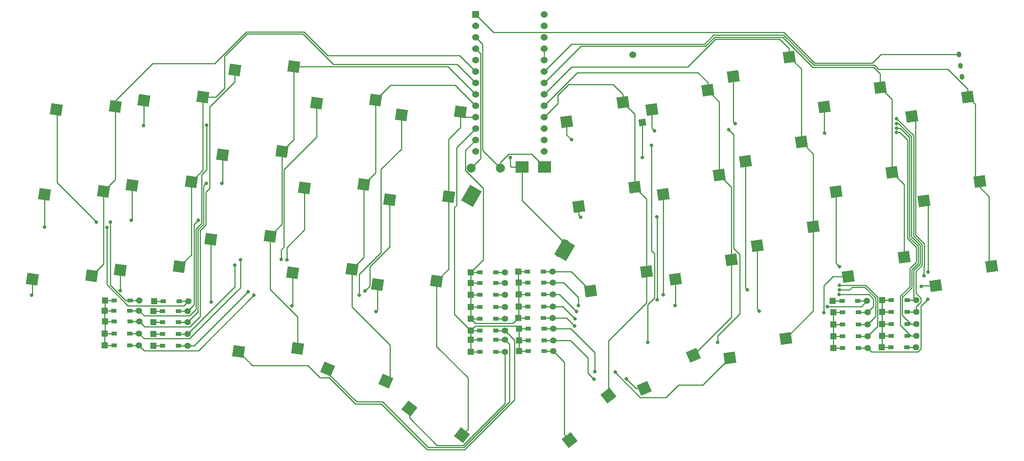
<source format=gbr>
G04 #@! TF.GenerationSoftware,KiCad,Pcbnew,7.0.8*
G04 #@! TF.CreationDate,2023-11-03T07:49:20+09:00*
G04 #@! TF.ProjectId,cool536lcble,636f6f6c-3533-4366-9c63-626c652e6b69,rev?*
G04 #@! TF.SameCoordinates,Original*
G04 #@! TF.FileFunction,Copper,L2,Bot*
G04 #@! TF.FilePolarity,Positive*
%FSLAX46Y46*%
G04 Gerber Fmt 4.6, Leading zero omitted, Abs format (unit mm)*
G04 Created by KiCad (PCBNEW 7.0.8) date 2023-11-03 07:49:20*
%MOMM*%
%LPD*%
G01*
G04 APERTURE LIST*
G04 Aperture macros list*
%AMHorizOval*
0 Thick line with rounded ends*
0 $1 width*
0 $2 $3 position (X,Y) of the first rounded end (center of the circle)*
0 $4 $5 position (X,Y) of the second rounded end (center of the circle)*
0 Add line between two ends*
20,1,$1,$2,$3,$4,$5,0*
0 Add two circle primitives to create the rounded ends*
1,1,$1,$2,$3*
1,1,$1,$4,$5*%
%AMRotRect*
0 Rectangle, with rotation*
0 The origin of the aperture is its center*
0 $1 length*
0 $2 width*
0 $3 Rotation angle, in degrees counterclockwise*
0 Add horizontal line*
21,1,$1,$2,0,0,$3*%
G04 Aperture macros list end*
G04 #@! TA.AperFunction,ComponentPad*
%ADD10R,1.397000X1.397000*%
G04 #@! TD*
G04 #@! TA.AperFunction,SMDPad,CuDef*
%ADD11R,1.300000X0.950000*%
G04 #@! TD*
G04 #@! TA.AperFunction,ComponentPad*
%ADD12C,1.397000*%
G04 #@! TD*
G04 #@! TA.AperFunction,SMDPad,CuDef*
%ADD13RotRect,2.550000X2.500000X8.000000*%
G04 #@! TD*
G04 #@! TA.AperFunction,SMDPad,CuDef*
%ADD14RotRect,2.550000X2.500000X352.000000*%
G04 #@! TD*
G04 #@! TA.AperFunction,SMDPad,CuDef*
%ADD15RotRect,2.550000X2.500000X322.000000*%
G04 #@! TD*
G04 #@! TA.AperFunction,ComponentPad*
%ADD16C,1.524000*%
G04 #@! TD*
G04 #@! TA.AperFunction,ComponentPad*
%ADD17R,1.524000X1.524000*%
G04 #@! TD*
G04 #@! TA.AperFunction,ComponentPad*
%ADD18RotRect,1.524000X1.524000X98.000000*%
G04 #@! TD*
G04 #@! TA.AperFunction,SMDPad,CuDef*
%ADD19RotRect,2.550000X2.500000X23.000000*%
G04 #@! TD*
G04 #@! TA.AperFunction,SMDPad,CuDef*
%ADD20RotRect,2.550000X2.500000X38.000000*%
G04 #@! TD*
G04 #@! TA.AperFunction,SMDPad,CuDef*
%ADD21RotRect,2.550000X2.500000X337.000000*%
G04 #@! TD*
G04 #@! TA.AperFunction,ComponentPad*
%ADD22HorizOval,1.000000X0.020876X-0.148540X-0.020876X0.148540X0*%
G04 #@! TD*
G04 #@! TA.AperFunction,SMDPad,CuDef*
%ADD23RotRect,3.000000X4.000000X150.000000*%
G04 #@! TD*
G04 #@! TA.AperFunction,ComponentPad*
%ADD24C,1.800000*%
G04 #@! TD*
G04 #@! TA.AperFunction,ComponentPad*
%ADD25C,2.000000*%
G04 #@! TD*
G04 #@! TA.AperFunction,SMDPad,CuDef*
%ADD26R,3.000000X2.600000*%
G04 #@! TD*
G04 #@! TA.AperFunction,ViaPad*
%ADD27C,0.800000*%
G04 #@! TD*
G04 #@! TA.AperFunction,Conductor*
%ADD28C,0.250000*%
G04 #@! TD*
G04 APERTURE END LIST*
D10*
X147255000Y-213920000D03*
D11*
X149290000Y-213920000D03*
X152840000Y-213920000D03*
D12*
X154875000Y-213920000D03*
D10*
X157966525Y-221536198D03*
D11*
X160001525Y-221536198D03*
X163551525Y-221536198D03*
D12*
X165586525Y-221536198D03*
D10*
X157966525Y-216236198D03*
D11*
X160001525Y-216236198D03*
X163551525Y-216236198D03*
D12*
X165586525Y-216236198D03*
D13*
X205300427Y-211142418D03*
X192852731Y-215456790D03*
X202599865Y-192289417D03*
X190152169Y-196603789D03*
D10*
X227836525Y-220296198D03*
D11*
X229871525Y-220296198D03*
X233421525Y-220296198D03*
D12*
X235456525Y-220296198D03*
D13*
X217360427Y-228652418D03*
X204912731Y-232966790D03*
X243690989Y-210545419D03*
X231243293Y-214859791D03*
D10*
X147255000Y-224270000D03*
D11*
X149290000Y-224270000D03*
X152840000Y-224270000D03*
D12*
X154875000Y-224270000D03*
D10*
X238736525Y-230576198D03*
D11*
X240771525Y-230576198D03*
X244321525Y-230576198D03*
D12*
X246356525Y-230576198D03*
D10*
X238796525Y-225406198D03*
D11*
X240831525Y-225406198D03*
X244381525Y-225406198D03*
D12*
X246416525Y-225406198D03*
D14*
X123469075Y-194407520D03*
X110314380Y-195123711D03*
D13*
X257889865Y-174919417D03*
X245442169Y-179233789D03*
D10*
X227936525Y-230796198D03*
D11*
X229971525Y-230796198D03*
X233521525Y-230796198D03*
D12*
X235556525Y-230796198D03*
D13*
X263190989Y-212575419D03*
X250743293Y-216889791D03*
D10*
X147255000Y-231603802D03*
D11*
X149290000Y-231603802D03*
X152840000Y-231603802D03*
D12*
X154875000Y-231603802D03*
D14*
X87701220Y-174930007D03*
X74546525Y-175646198D03*
D10*
X65896525Y-224836198D03*
D11*
X67931525Y-224836198D03*
X71481525Y-224836198D03*
D12*
X73516525Y-224836198D03*
D10*
X76696525Y-225016198D03*
D11*
X78731525Y-225016198D03*
X82281525Y-225016198D03*
D12*
X84316525Y-225016198D03*
D14*
X68189075Y-177007520D03*
X55034380Y-177723711D03*
X107939075Y-168167520D03*
X94784380Y-168883711D03*
X102621220Y-205870007D03*
X89466525Y-206586198D03*
D10*
X76686525Y-222576198D03*
D11*
X78721525Y-222576198D03*
X82271525Y-222576198D03*
D12*
X84306525Y-222576198D03*
D14*
X105268513Y-187030521D03*
X92113818Y-187746712D03*
X144989075Y-178207520D03*
X131834380Y-178923711D03*
D10*
X65836525Y-222456198D03*
D11*
X67871525Y-222456198D03*
X71421525Y-222456198D03*
D12*
X73456525Y-222456198D03*
D13*
X183739865Y-194939417D03*
X171292169Y-199253789D03*
D10*
X238796525Y-220106198D03*
D11*
X240831525Y-220106198D03*
X244381525Y-220106198D03*
D12*
X246416525Y-220106198D03*
D10*
X76696525Y-230316198D03*
D11*
X78731525Y-230316198D03*
X82281525Y-230316198D03*
D12*
X84316525Y-230316198D03*
D13*
X241010427Y-191682418D03*
X228562731Y-195996790D03*
D14*
X62909637Y-214734519D03*
X49754942Y-215450710D03*
D10*
X157851525Y-213766198D03*
D11*
X159886525Y-213766198D03*
X163436525Y-213766198D03*
D12*
X165471525Y-213766198D03*
D15*
X145366920Y-250182147D03*
X133616525Y-244225038D03*
D10*
X147255000Y-216320000D03*
D11*
X149290000Y-216320000D03*
X152840000Y-216320000D03*
D12*
X154875000Y-216320000D03*
D16*
X163600000Y-159080000D03*
X163600000Y-161620000D03*
X163600000Y-164160000D03*
X163600000Y-166700000D03*
X163600000Y-169240000D03*
X163600000Y-171780000D03*
X163600000Y-174320000D03*
X163600000Y-176860000D03*
X163600000Y-179400000D03*
X163600000Y-181940000D03*
X163600000Y-184480000D03*
X163600000Y-187020000D03*
X148380000Y-187020000D03*
X148380000Y-184480000D03*
X148380000Y-181940000D03*
X148380000Y-179400000D03*
X148380000Y-176860000D03*
X148380000Y-174320000D03*
X148380000Y-171780000D03*
X148380000Y-169240000D03*
X148380000Y-166700000D03*
X148380000Y-164160000D03*
X148380000Y-161620000D03*
X148380000Y-159080000D03*
D17*
X148380000Y-156540000D03*
D16*
X163600000Y-156540000D03*
D10*
X65866525Y-227566198D03*
D11*
X67901525Y-227566198D03*
X71451525Y-227566198D03*
D12*
X73486525Y-227566198D03*
D14*
X108759075Y-230857520D03*
X95604380Y-231573711D03*
X120819075Y-213267520D03*
X107664380Y-213983711D03*
D18*
X185456530Y-180573001D03*
D16*
X183338316Y-165501121D03*
D10*
X65866525Y-230216198D03*
D11*
X67901525Y-230216198D03*
X71451525Y-230216198D03*
D12*
X73486525Y-230216198D03*
D14*
X82439075Y-212677520D03*
X69284380Y-213393711D03*
X139689075Y-215917520D03*
X126534380Y-216633711D03*
D13*
X223490427Y-203732418D03*
X211042731Y-208046790D03*
D10*
X158020000Y-226480000D03*
D11*
X160055000Y-226480000D03*
X163605000Y-226480000D03*
D12*
X165640000Y-226480000D03*
D10*
X65876525Y-220176198D03*
D11*
X67911525Y-220176198D03*
X71461525Y-220176198D03*
D12*
X73496525Y-220176198D03*
D10*
X147255000Y-228950000D03*
D11*
X149290000Y-228950000D03*
X152840000Y-228950000D03*
D12*
X154875000Y-228950000D03*
D10*
X227936525Y-225496198D03*
D11*
X229971525Y-225496198D03*
X233521525Y-225496198D03*
D12*
X235556525Y-225496198D03*
D19*
X196806525Y-232406198D03*
X185899616Y-239795262D03*
D13*
X218168709Y-165978357D03*
X205721013Y-170292729D03*
D20*
X177906525Y-241346198D03*
X169283690Y-251306401D03*
D13*
X220818709Y-184888357D03*
X208371013Y-189202729D03*
X260529865Y-193729417D03*
X248082169Y-198043789D03*
X238380427Y-172822418D03*
X225932731Y-177136790D03*
D10*
X147255000Y-218970000D03*
D11*
X149290000Y-218970000D03*
X152840000Y-218970000D03*
D12*
X154875000Y-218970000D03*
D13*
X181100989Y-176075419D03*
X168653293Y-180389791D03*
D10*
X227936525Y-222846198D03*
D11*
X229971525Y-222846198D03*
X233521525Y-222846198D03*
D12*
X235556525Y-222846198D03*
D10*
X238796525Y-222756198D03*
D11*
X240831525Y-222756198D03*
X244381525Y-222756198D03*
D12*
X246416525Y-222756198D03*
D14*
X142359075Y-197057520D03*
X129204380Y-197773711D03*
D10*
X147255000Y-226880000D03*
D11*
X149290000Y-226880000D03*
X152840000Y-226880000D03*
D12*
X154875000Y-226880000D03*
D10*
X238796525Y-228056198D03*
D11*
X240831525Y-228056198D03*
X244381525Y-228056198D03*
D12*
X246416525Y-228056198D03*
D21*
X128366525Y-238136198D03*
X115474702Y-235423299D03*
D13*
X200020427Y-173412418D03*
X187572731Y-177726790D03*
D10*
X76696525Y-227666198D03*
D11*
X78731525Y-227666198D03*
X82281525Y-227666198D03*
D12*
X84316525Y-227666198D03*
D10*
X227936525Y-228146198D03*
D11*
X229971525Y-228146198D03*
X233521525Y-228146198D03*
D12*
X235556525Y-228146198D03*
D14*
X126139075Y-175567520D03*
X112984380Y-176283711D03*
D10*
X158000000Y-231430000D03*
D11*
X160035000Y-231430000D03*
X163585000Y-231430000D03*
D12*
X165620000Y-231430000D03*
D13*
X186400427Y-213772418D03*
X173952731Y-218086790D03*
D10*
X76826525Y-220326198D03*
D11*
X78861525Y-220326198D03*
X82411525Y-220326198D03*
D12*
X84446525Y-220326198D03*
D10*
X157891525Y-224076198D03*
D11*
X159926525Y-224076198D03*
X163476525Y-224076198D03*
D12*
X165511525Y-224076198D03*
D14*
X65569653Y-195881990D03*
X52414958Y-196598181D03*
D10*
X147255000Y-221620000D03*
D11*
X149290000Y-221620000D03*
X152840000Y-221620000D03*
D12*
X154875000Y-221620000D03*
D14*
X85091220Y-193800007D03*
X71936525Y-194516198D03*
D10*
X158003525Y-229066198D03*
D11*
X160038525Y-229066198D03*
X163588525Y-229066198D03*
D12*
X165623525Y-229066198D03*
D22*
X255882286Y-165450462D03*
X256230219Y-167926132D03*
X256578151Y-170401802D03*
D10*
X157966525Y-218886198D03*
D11*
X160001525Y-218886198D03*
X163551525Y-218886198D03*
D12*
X165586525Y-218886198D03*
D23*
X168192305Y-208930000D03*
D24*
X166994387Y-209704852D03*
X168264387Y-207505147D03*
X147970612Y-197255000D03*
D23*
X147407695Y-196930000D03*
D25*
X147380000Y-190730000D03*
X153880000Y-190730000D03*
D26*
X158700000Y-190460000D03*
X163700000Y-190460000D03*
D27*
X185450000Y-188335178D03*
X186640000Y-229526532D03*
X187480000Y-185630000D03*
X202220000Y-229505500D03*
X204710000Y-182220000D03*
X63940000Y-202720000D03*
X67060000Y-202720000D03*
X88490000Y-181190000D03*
X74450000Y-181270000D03*
X105110000Y-211070000D03*
X96020000Y-211130000D03*
X122470000Y-219050500D03*
X99050000Y-219000000D03*
X169730000Y-184410000D03*
X241980000Y-180810000D03*
X242010000Y-179690000D03*
X188150000Y-182450000D03*
X206120000Y-180870000D03*
X242003238Y-181809232D03*
X226050000Y-182930000D03*
X242030782Y-182808355D03*
X88410000Y-194080000D03*
X91910000Y-194140000D03*
X106340000Y-211140000D03*
X94790000Y-212290000D03*
X97750000Y-218270000D03*
X123710000Y-218100000D03*
X226610000Y-221530000D03*
X171750000Y-201650000D03*
X188750000Y-220050000D03*
X188670000Y-201560000D03*
X229270000Y-218840000D03*
X190090000Y-218920000D03*
X208820000Y-217840000D03*
X229311490Y-217809271D03*
X229290000Y-212660000D03*
X229290000Y-216810000D03*
X249050000Y-213870000D03*
X248980000Y-219910000D03*
X69320000Y-218020000D03*
X89530000Y-220520000D03*
X107520000Y-221400000D03*
X126160000Y-222660000D03*
X171224500Y-221300000D03*
X192750000Y-221310000D03*
X211470000Y-222610000D03*
X170790000Y-222690000D03*
X170440000Y-224230000D03*
X225830000Y-222950000D03*
X174860000Y-236010000D03*
X179440000Y-236110000D03*
X71790000Y-202320000D03*
X86670000Y-202320000D03*
X174700000Y-237740000D03*
X181910000Y-237670000D03*
X248150000Y-214700000D03*
X66294153Y-203970000D03*
X52480000Y-203900000D03*
X247530000Y-217080000D03*
X170420000Y-225880000D03*
X49560000Y-219030000D03*
X156050000Y-188340000D03*
D28*
X185456530Y-180573001D02*
X185456530Y-188328648D01*
X185456530Y-188328648D02*
X185450000Y-188335178D01*
X187480000Y-185630000D02*
X187480000Y-209070000D01*
X186640000Y-221134695D02*
X186640000Y-229526532D01*
X187480000Y-209070000D02*
X188161985Y-209751985D01*
X188161985Y-209751985D02*
X188161985Y-219612710D01*
X188161985Y-219612710D02*
X186640000Y-221134695D01*
X205750427Y-208610427D02*
X207100000Y-209960000D01*
X204710000Y-182220000D02*
X205750427Y-183260427D01*
X205750427Y-183260427D02*
X205750427Y-208610427D01*
X207100000Y-209960000D02*
X207100000Y-223160000D01*
X207100000Y-223160000D02*
X202220000Y-228040000D01*
X202220000Y-228040000D02*
X202220000Y-229505500D01*
X153880000Y-190730000D02*
X153880000Y-189484695D01*
X153880000Y-189484695D02*
X155754695Y-187610000D01*
X155754695Y-187610000D02*
X160850000Y-187610000D01*
X160850000Y-187610000D02*
X163700000Y-190460000D01*
X168264387Y-207505147D02*
X166994387Y-208775147D01*
X166994387Y-208775147D02*
X166994387Y-209704852D01*
X158700000Y-190460000D02*
X158700000Y-197940760D01*
X158700000Y-197940760D02*
X168264387Y-207505147D01*
X143610000Y-199500000D02*
X143610000Y-223113734D01*
X144120633Y-186199367D02*
X144120633Y-198989367D01*
X144120633Y-198989367D02*
X143610000Y-199500000D01*
X148380000Y-181940000D02*
X144120633Y-186199367D01*
X143610000Y-223113734D02*
X143670633Y-223174367D01*
X143610000Y-223235000D02*
X147255000Y-226880000D01*
X143670633Y-223174367D02*
X143610000Y-223235000D01*
X147255000Y-213920000D02*
X150031733Y-211143267D01*
X150031733Y-211143267D02*
X150031733Y-195255567D01*
X150031733Y-195255567D02*
X146055000Y-191278834D01*
X146055000Y-191278834D02*
X146055000Y-186805000D01*
X146055000Y-186805000D02*
X148380000Y-184480000D01*
X144989075Y-178207520D02*
X144989075Y-181650000D01*
X142359075Y-197057520D02*
X142359075Y-184280000D01*
X142359075Y-184280000D02*
X144989075Y-181650000D01*
X154875000Y-226880000D02*
X156976500Y-228981500D01*
X121605000Y-243195000D02*
X115807112Y-237397112D01*
X98715334Y-234684666D02*
X95604380Y-231573711D01*
X156976500Y-228981500D02*
X156976500Y-242310098D01*
X127408604Y-243195000D02*
X121605000Y-243195000D01*
X156976500Y-242310098D02*
X145926598Y-253360000D01*
X145926598Y-253360000D02*
X137573604Y-253360000D01*
X137573604Y-253360000D02*
X127408604Y-243195000D01*
X115807112Y-237397112D02*
X113777112Y-237397112D01*
X113777112Y-237397112D02*
X111064666Y-234684666D01*
X111064666Y-234684666D02*
X98715334Y-234684666D01*
X155605101Y-243045101D02*
X145740202Y-252910000D01*
X155605101Y-243045101D02*
X155898500Y-242751702D01*
X155898500Y-229973500D02*
X155612500Y-229687500D01*
X155898500Y-242751702D02*
X155898500Y-229973500D01*
X154875000Y-231603802D02*
X154875000Y-243138806D01*
X133616525Y-246307591D02*
X133616525Y-244225038D01*
X154875000Y-243138806D02*
X145553806Y-252460000D01*
X145553806Y-252460000D02*
X139768934Y-252460000D01*
X139768934Y-252460000D02*
X133616525Y-246307591D01*
X165620000Y-231430000D02*
X168081594Y-233891594D01*
X168081594Y-233891594D02*
X168081594Y-250104305D01*
X168081594Y-250104305D02*
X169283690Y-251306401D01*
X169436198Y-229066198D02*
X173320000Y-232950000D01*
X173320000Y-232950000D02*
X173320000Y-236360000D01*
X165623525Y-229066198D02*
X169436198Y-229066198D01*
X173320000Y-236360000D02*
X174700000Y-237740000D01*
X174860000Y-236010000D02*
X174860000Y-231770000D01*
X174860000Y-231770000D02*
X169570000Y-226480000D01*
X169570000Y-226480000D02*
X165640000Y-226480000D01*
X165511525Y-224076198D02*
X168616198Y-224076198D01*
X168616198Y-224076198D02*
X170420000Y-225880000D01*
X165586525Y-221536198D02*
X167746198Y-221536198D01*
X167746198Y-221536198D02*
X170440000Y-224230000D01*
X170790000Y-222690000D02*
X166986198Y-218886198D01*
X166986198Y-218886198D02*
X165586525Y-218886198D01*
X165586525Y-216236198D02*
X167976198Y-216236198D01*
X167976198Y-216236198D02*
X171224500Y-219484500D01*
X171224500Y-219484500D02*
X171224500Y-221300000D01*
X165471525Y-213766198D02*
X169632139Y-213766198D01*
X169632139Y-213766198D02*
X173952731Y-218086790D01*
X163600000Y-171780000D02*
X171793802Y-163586198D01*
X171793802Y-163586198D02*
X199497406Y-163586198D01*
X199497406Y-163586198D02*
X201509486Y-161574118D01*
X216727995Y-161574118D02*
X223433877Y-168280000D01*
X201509486Y-161574118D02*
X216727995Y-161574118D01*
X236930427Y-168280000D02*
X238380427Y-169730000D01*
X223433877Y-168280000D02*
X236930427Y-168280000D01*
X238380427Y-169730000D02*
X238380427Y-172822418D01*
X148380000Y-161620000D02*
X149930000Y-163170000D01*
X149930000Y-163170000D02*
X149930000Y-186780000D01*
X149930000Y-186780000D02*
X153880000Y-190730000D01*
X147380000Y-190730000D02*
X149467000Y-188643000D01*
X149467000Y-188643000D02*
X149467000Y-165247000D01*
X149467000Y-165247000D02*
X148380000Y-164160000D01*
X139610000Y-168167520D02*
X107939075Y-168167520D01*
X107939075Y-168167520D02*
X107939075Y-184359959D01*
X246416525Y-225406198D02*
X244381525Y-225406198D01*
X67871525Y-222456198D02*
X65836525Y-222456198D01*
X65836525Y-222456198D02*
X65836525Y-224776198D01*
X67901525Y-227566198D02*
X65866525Y-227566198D01*
X240831525Y-228056198D02*
X238796525Y-228056198D01*
X240831525Y-222756198D02*
X238796525Y-222756198D01*
X65876525Y-222416198D02*
X65836525Y-222456198D01*
X238796525Y-225406198D02*
X238796525Y-228056198D01*
X238796525Y-222756198D02*
X238796525Y-225406198D01*
X65876525Y-220176198D02*
X67911525Y-220176198D01*
X65836525Y-224776198D02*
X65896525Y-224836198D01*
X65866525Y-230216198D02*
X67901525Y-230216198D01*
X238796525Y-230516198D02*
X238736525Y-230576198D01*
X238796525Y-225406198D02*
X240831525Y-225406198D01*
X238796525Y-220106198D02*
X240831525Y-220106198D01*
X238796525Y-220106198D02*
X238796525Y-222756198D01*
X65866525Y-227566198D02*
X65866525Y-230216198D01*
X65896525Y-224836198D02*
X65896525Y-227536198D01*
X65876525Y-220176198D02*
X65876525Y-222416198D01*
X238796525Y-228056198D02*
X238796525Y-230516198D01*
X238736525Y-230576198D02*
X240771525Y-230576198D01*
X65896525Y-224836198D02*
X67931525Y-224836198D01*
X65896525Y-227536198D02*
X65866525Y-227566198D01*
X227936525Y-225496198D02*
X229971525Y-225496198D01*
X229971525Y-222846198D02*
X227936525Y-222846198D01*
X227836525Y-222746198D02*
X227936525Y-222846198D01*
X227936525Y-228146198D02*
X227936525Y-230796198D01*
X78731525Y-225016198D02*
X76696525Y-225016198D01*
X227836525Y-220296198D02*
X229871525Y-220296198D01*
X227936525Y-225496198D02*
X227936525Y-228146198D01*
X78731525Y-227666198D02*
X76696525Y-227666198D01*
X227936525Y-230796198D02*
X229971525Y-230796198D01*
X227936525Y-228146198D02*
X229971525Y-228146198D01*
X227936525Y-225496198D02*
X227936525Y-222846198D01*
X76686525Y-225006198D02*
X76696525Y-225016198D01*
X76826525Y-220326198D02*
X78861525Y-220326198D01*
X76696525Y-230316198D02*
X78731525Y-230316198D01*
X78721525Y-222576198D02*
X76686525Y-222576198D01*
X157851525Y-213766198D02*
X157851525Y-216121198D01*
X157966525Y-218886198D02*
X157966525Y-221536198D01*
X147255000Y-218970000D02*
X149290000Y-218970000D01*
X156674223Y-225293500D02*
X157891525Y-224076198D01*
X147255000Y-224270000D02*
X149290000Y-224270000D01*
X157966525Y-218886198D02*
X160001525Y-218886198D01*
X148278500Y-225293500D02*
X156674223Y-225293500D01*
X157966525Y-216236198D02*
X157966525Y-218886198D01*
X147255000Y-213920000D02*
X149290000Y-213920000D01*
X149290000Y-221620000D02*
X147255000Y-221620000D01*
X147255000Y-224270000D02*
X147255000Y-221620000D01*
X147255000Y-218970000D02*
X147255000Y-216320000D01*
X149290000Y-216320000D02*
X147255000Y-216320000D01*
X157966525Y-221536198D02*
X157966525Y-224001198D01*
X160001525Y-216236198D02*
X157966525Y-216236198D01*
X160001525Y-221536198D02*
X157966525Y-221536198D01*
X147255000Y-216320000D02*
X147255000Y-213920000D01*
X147255000Y-224270000D02*
X148278500Y-225293500D01*
X147255000Y-221620000D02*
X147255000Y-218970000D01*
X157891525Y-224076198D02*
X159926525Y-224076198D01*
X157851525Y-216121198D02*
X157966525Y-216236198D01*
X157966525Y-224001198D02*
X157891525Y-224076198D01*
X157851525Y-213766198D02*
X159886525Y-213766198D01*
X147255000Y-231603802D02*
X147255000Y-228950000D01*
X147255000Y-228950000D02*
X149290000Y-228950000D01*
X149290000Y-226880000D02*
X147255000Y-226880000D01*
X157396500Y-225856500D02*
X158020000Y-226480000D01*
X158003525Y-229066198D02*
X160038525Y-229066198D01*
X148278500Y-225856500D02*
X157396500Y-225856500D01*
X158003525Y-226496475D02*
X158020000Y-226480000D01*
X147255000Y-226880000D02*
X148278500Y-225856500D01*
X158003525Y-229066198D02*
X158003525Y-226496475D01*
X158000000Y-231430000D02*
X158000000Y-229069723D01*
X160055000Y-226480000D02*
X158020000Y-226480000D01*
X147255000Y-228950000D02*
X147255000Y-226880000D01*
X149290000Y-231603802D02*
X147255000Y-231603802D01*
X160035000Y-231430000D02*
X158000000Y-231430000D01*
X158003525Y-226598198D02*
X157971525Y-226566198D01*
X158000000Y-229069723D02*
X158003525Y-229066198D01*
X139660000Y-165676198D02*
X115452594Y-165676198D01*
X97304933Y-160390000D02*
X90262777Y-167432156D01*
X76502156Y-167432156D02*
X68189075Y-175745236D01*
X68189075Y-177007520D02*
X68189075Y-193262568D01*
X65569653Y-212074503D02*
X62909637Y-214734519D01*
X144816198Y-165676198D02*
X139660000Y-165676198D01*
X68189075Y-175745236D02*
X68189075Y-177007520D01*
X68189075Y-193262568D02*
X65569653Y-195881990D01*
X65569653Y-195881990D02*
X65569653Y-212074503D01*
X110166396Y-160390000D02*
X97304933Y-160390000D01*
X148380000Y-169240000D02*
X144816198Y-165676198D01*
X115452594Y-165676198D02*
X110166396Y-160390000D01*
X90262777Y-167432156D02*
X76502156Y-167432156D01*
X92460000Y-172990000D02*
X92460000Y-165871329D01*
X97491329Y-160840000D02*
X109980000Y-160840000D01*
X109980000Y-160840000D02*
X116750000Y-167610000D01*
X148380000Y-171780000D02*
X144210000Y-167610000D01*
X87701220Y-191190007D02*
X85091220Y-193800007D01*
X90519993Y-174930007D02*
X92460000Y-172990000D01*
X144210000Y-167610000D02*
X141240000Y-167610000D01*
X87701220Y-174930007D02*
X90519993Y-174930007D01*
X87701220Y-174930007D02*
X87701220Y-191190007D01*
X85091220Y-210025375D02*
X82439075Y-212677520D01*
X116750000Y-167610000D02*
X141240000Y-167610000D01*
X92460000Y-165871329D02*
X97491329Y-160840000D01*
X85091220Y-193800007D02*
X85091220Y-210025375D01*
X102621220Y-217721220D02*
X108759075Y-223859075D01*
X142227520Y-168167520D02*
X139610000Y-168167520D01*
X105268513Y-203222714D02*
X102621220Y-205870007D01*
X108759075Y-223859075D02*
X108759075Y-230857520D01*
X107939075Y-184359959D02*
X105268513Y-187030521D01*
X105268513Y-187030521D02*
X105268513Y-203222714D01*
X102621220Y-205870007D02*
X102621220Y-217721220D01*
X148380000Y-174320000D02*
X142227520Y-168167520D01*
X129319824Y-230139824D02*
X129319824Y-237182899D01*
X129319824Y-237182899D02*
X128366525Y-238136198D01*
X129425397Y-172281198D02*
X143490000Y-172281198D01*
X126139075Y-175567520D02*
X126139075Y-191737520D01*
X120819075Y-213267520D02*
X120819075Y-221639075D01*
X126139075Y-175567520D02*
X129425397Y-172281198D01*
X148380000Y-176860000D02*
X143801198Y-172281198D01*
X120819075Y-221639075D02*
X129319824Y-230139824D01*
X123469075Y-194407520D02*
X123469075Y-210617520D01*
X143801198Y-172281198D02*
X143490000Y-172281198D01*
X126139075Y-191737520D02*
X123469075Y-194407520D01*
X123469075Y-210617520D02*
X120819075Y-213267520D01*
X139689075Y-215917520D02*
X139689075Y-230429075D01*
X139689075Y-230429075D02*
X146675739Y-237415739D01*
X146675739Y-237415739D02*
X146675739Y-248873328D01*
X142359075Y-197057520D02*
X142359075Y-213247520D01*
X146675739Y-248873328D02*
X145366920Y-250182147D01*
X148380000Y-179400000D02*
X146181555Y-179400000D01*
X144989075Y-178207520D02*
X144989075Y-177723648D01*
X142359075Y-213247520D02*
X139689075Y-215917520D01*
X146181555Y-179400000D02*
X144989075Y-178207520D01*
X163600000Y-179400000D02*
X166670000Y-176330000D01*
X169050000Y-172121180D02*
X178917834Y-172121180D01*
X178917834Y-172121180D02*
X181100989Y-174304335D01*
X186400427Y-197599979D02*
X186400427Y-213772418D01*
X177906525Y-229183475D02*
X177906525Y-241346198D01*
X181100989Y-174304335D02*
X181100989Y-176075419D01*
X183739865Y-178714295D02*
X183739865Y-194939417D01*
X166670000Y-176330000D02*
X166670000Y-174501180D01*
X186400427Y-220689573D02*
X177906525Y-229183475D01*
X186400427Y-213772418D02*
X186400427Y-220689573D01*
X166670000Y-174501180D02*
X169050000Y-172121180D01*
X181100989Y-176075419D02*
X183739865Y-178714295D01*
X183739865Y-194939417D02*
X186400427Y-197599979D01*
X202599865Y-175991856D02*
X202599865Y-192289417D01*
X205300427Y-194989979D02*
X205300427Y-211142418D01*
X200020427Y-173412418D02*
X202599865Y-175991856D01*
X171001821Y-169458179D02*
X172130000Y-169458179D01*
X197837272Y-169458179D02*
X200020427Y-171641334D01*
X172130000Y-169458179D02*
X197837272Y-169458179D01*
X205300427Y-211142418D02*
X205300427Y-223912296D01*
X200020427Y-171641334D02*
X200020427Y-173412418D01*
X202599865Y-192289417D02*
X205300427Y-194989979D01*
X163600000Y-176860000D02*
X171001821Y-169458179D01*
X205300427Y-223912296D02*
X196806525Y-232406198D01*
X220818709Y-168628357D02*
X220818709Y-184888357D01*
X216024118Y-162024118D02*
X218168709Y-164168709D01*
X223490427Y-222522418D02*
X217360427Y-228652418D01*
X218168709Y-165978357D02*
X220818709Y-168628357D01*
X220818709Y-184888357D02*
X223490427Y-187560075D01*
X201695882Y-162024118D02*
X216024118Y-162024118D01*
X218168709Y-164168709D02*
X218168709Y-165978357D01*
X169703802Y-168216198D02*
X172440000Y-168216198D01*
X172440000Y-168216198D02*
X195503802Y-168216198D01*
X163600000Y-174320000D02*
X169703802Y-168216198D01*
X223490427Y-203732418D02*
X223490427Y-222522418D01*
X223490427Y-187560075D02*
X223490427Y-203732418D01*
X195503802Y-168216198D02*
X201695882Y-162024118D01*
X238380427Y-172822418D02*
X241010427Y-175452418D01*
X241010427Y-175452418D02*
X241010427Y-191682418D01*
X241010427Y-191682418D02*
X243690989Y-194362980D01*
X243690989Y-194362980D02*
X243690989Y-210545419D01*
X257889865Y-174919417D02*
X259515878Y-176545430D01*
X257889865Y-174919417D02*
X257889865Y-173148333D01*
X253471532Y-168730000D02*
X238016823Y-168730000D01*
X260529865Y-193729417D02*
X260529865Y-194991701D01*
X262600000Y-197061836D02*
X262600000Y-211984430D01*
X169703802Y-163136198D02*
X170710000Y-163136198D01*
X163600000Y-169240000D02*
X169703802Y-163136198D01*
X238016823Y-168730000D02*
X237116823Y-167830000D01*
X260529865Y-194991701D02*
X262600000Y-197061836D01*
X259515878Y-176545430D02*
X259515878Y-192715430D01*
X201323090Y-161124118D02*
X199311010Y-163136198D01*
X237116823Y-167830000D02*
X223620273Y-167830000D01*
X257889865Y-173148333D02*
X253471532Y-168730000D01*
X259515878Y-192715430D02*
X260529865Y-193729417D01*
X262600000Y-211984430D02*
X263190989Y-212575419D01*
X223620273Y-167830000D02*
X216914391Y-161124118D01*
X199311010Y-163136198D02*
X170710000Y-163136198D01*
X216914391Y-161124118D02*
X201323090Y-161124118D01*
X163600000Y-166700000D02*
X163600000Y-164160000D01*
X55201541Y-193911541D02*
X63940000Y-202650000D01*
X55201541Y-177890872D02*
X55201541Y-193911541D01*
X63940000Y-202650000D02*
X63940000Y-202720000D01*
X67060000Y-216785305D02*
X70450893Y-220176198D01*
X71461525Y-220176198D02*
X73496525Y-220176198D01*
X55034380Y-177723711D02*
X55201541Y-177890872D01*
X70450893Y-220176198D02*
X73496525Y-220176198D01*
X67060000Y-202720000D02*
X67060000Y-216785305D01*
X74546525Y-181173475D02*
X74546525Y-175646198D01*
X74600025Y-223599698D02*
X84730473Y-223599698D01*
X74450000Y-181270000D02*
X74546525Y-181173475D01*
X87395000Y-192132623D02*
X88490000Y-191037623D01*
X86161362Y-204278638D02*
X87395000Y-203045000D01*
X84730473Y-223599698D02*
X86161362Y-222168810D01*
X87395000Y-203045000D02*
X87395000Y-192132623D01*
X73456525Y-222456198D02*
X71421525Y-222456198D01*
X86161362Y-222168810D02*
X86161362Y-204278638D01*
X88490000Y-191037623D02*
X88490000Y-181190000D01*
X73456525Y-222456198D02*
X74600025Y-223599698D01*
X74720025Y-226039698D02*
X84810302Y-226039698D01*
X87110000Y-204602792D02*
X88330000Y-203382792D01*
X88330000Y-196110000D02*
X89215000Y-195225000D01*
X87110000Y-223740000D02*
X87110000Y-204602792D01*
X88330000Y-203382792D02*
X88330000Y-196110000D01*
X89215000Y-177105000D02*
X94784380Y-171535620D01*
X94784380Y-171535620D02*
X94784380Y-168883711D01*
X71481525Y-224836198D02*
X73516525Y-224836198D01*
X89215000Y-195225000D02*
X89215000Y-177105000D01*
X73516525Y-224836198D02*
X74720025Y-226039698D01*
X84810302Y-226039698D02*
X87110000Y-223740000D01*
X84740473Y-228689698D02*
X95240000Y-218190171D01*
X74610025Y-228689698D02*
X84740473Y-228689698D01*
X73486525Y-227566198D02*
X74610025Y-228689698D01*
X105110000Y-208900000D02*
X105718513Y-208291487D01*
X95240000Y-218190171D02*
X96020000Y-217410171D01*
X96020000Y-217410171D02*
X96020000Y-211130000D01*
X112984380Y-183824133D02*
X112984380Y-176283711D01*
X105718513Y-191090000D02*
X112984380Y-183824133D01*
X105110000Y-211070000D02*
X105110000Y-208900000D01*
X105718513Y-208291487D02*
X105718513Y-191090000D01*
X73486525Y-227566198D02*
X71451525Y-227566198D01*
X131834380Y-186324380D02*
X131834380Y-178923711D01*
X86710302Y-231339698D02*
X99050000Y-219000000D01*
X127310000Y-191020000D02*
X131920000Y-186410000D01*
X71451525Y-230216198D02*
X73486525Y-230216198D01*
X122470000Y-214383604D02*
X127310000Y-209543604D01*
X122470000Y-219050500D02*
X122470000Y-214383604D01*
X131920000Y-186410000D02*
X131834380Y-186324380D01*
X73486525Y-230216198D02*
X74610025Y-231339698D01*
X74610025Y-231339698D02*
X86710302Y-231339698D01*
X127310000Y-209543604D02*
X127310000Y-191020000D01*
X169730000Y-184410000D02*
X168653293Y-183333293D01*
X247280000Y-207946396D02*
X247280000Y-212060000D01*
X245853887Y-213486113D02*
X245853887Y-219543560D01*
X245350000Y-183666396D02*
X245350000Y-206016396D01*
X246416525Y-220106198D02*
X244381525Y-220106198D01*
X245350000Y-206016396D02*
X247280000Y-207946396D01*
X242493604Y-180810000D02*
X245350000Y-183666396D01*
X241980000Y-180810000D02*
X242493604Y-180810000D01*
X168653293Y-183333293D02*
X168653293Y-180389791D01*
X245853887Y-219543560D02*
X246416525Y-220106198D01*
X247280000Y-212060000D02*
X245853887Y-213486113D01*
X245800000Y-183480000D02*
X242010000Y-179690000D01*
X245800000Y-205830000D02*
X245800000Y-183480000D01*
X246303887Y-218546113D02*
X246303887Y-213726113D01*
X247440025Y-220560000D02*
X247440025Y-219682250D01*
X246416525Y-221583500D02*
X247440025Y-220560000D01*
X247730000Y-212300000D02*
X247730000Y-207760000D01*
X247730000Y-207760000D02*
X245800000Y-205830000D01*
X246416525Y-222756198D02*
X246416525Y-221583500D01*
X188150000Y-182450000D02*
X187572731Y-181872731D01*
X246303887Y-213726113D02*
X247730000Y-212300000D01*
X247440025Y-219682250D02*
X246303887Y-218546113D01*
X246416525Y-222756198D02*
X244381525Y-222756198D01*
X187572731Y-181872731D02*
X187572731Y-177726790D01*
X246830000Y-211873604D02*
X246830000Y-209350000D01*
X245403887Y-217376113D02*
X245403887Y-216320000D01*
X246416525Y-225406198D02*
X245256525Y-225406198D01*
X246830000Y-209350000D02*
X246830000Y-208132792D01*
X205721013Y-180471013D02*
X205721013Y-170292729D01*
X244900000Y-183852792D02*
X242863604Y-181816396D01*
X245403887Y-216320000D02*
X245403887Y-213299717D01*
X243330000Y-223479673D02*
X243330000Y-219380000D01*
X242863604Y-181816396D02*
X242856440Y-181809232D01*
X243330000Y-219380000D02*
X243400000Y-219380000D01*
X245256525Y-225406198D02*
X243330000Y-223479673D01*
X245403887Y-213299717D02*
X246830000Y-211873604D01*
X246830000Y-208132792D02*
X244900000Y-206202792D01*
X242856440Y-181809232D02*
X242003238Y-181809232D01*
X244900000Y-185480000D02*
X244900000Y-183852792D01*
X244900000Y-206202792D02*
X244900000Y-185480000D01*
X243400000Y-219380000D02*
X245403887Y-217376113D01*
X206120000Y-180870000D02*
X205721013Y-180471013D01*
X244771802Y-217301802D02*
X244953887Y-217119717D01*
X244450000Y-184460000D02*
X243050000Y-183060000D01*
X242880000Y-219193604D02*
X244771802Y-217301802D01*
X246416525Y-228056198D02*
X245256525Y-228056198D01*
X244953887Y-217119717D02*
X244953887Y-213113321D01*
X242798355Y-182808355D02*
X242030782Y-182808355D01*
X246380000Y-208319188D02*
X244450000Y-206389188D01*
X244381525Y-228056198D02*
X246416525Y-228056198D01*
X244450000Y-206389188D02*
X244450000Y-184460000D01*
X244953887Y-213113321D02*
X246380000Y-211687208D01*
X245256525Y-228056198D02*
X242880000Y-225679673D01*
X226050000Y-182930000D02*
X225932731Y-182812731D01*
X225932731Y-182812731D02*
X225932731Y-177136790D01*
X242880000Y-225679673D02*
X242880000Y-219193604D01*
X246380000Y-211687208D02*
X246380000Y-208319188D01*
X243050000Y-183060000D02*
X242798355Y-182808355D01*
X87845000Y-203231396D02*
X87845000Y-202858604D01*
X92113818Y-193936182D02*
X92113818Y-187746712D01*
X86611362Y-204465034D02*
X87845000Y-203231396D01*
X91910000Y-194140000D02*
X92113818Y-193936182D01*
X84316525Y-225016198D02*
X86660000Y-222672723D01*
X86611362Y-222624085D02*
X86611362Y-204465034D01*
X82281525Y-225016198D02*
X84316525Y-225016198D01*
X86660000Y-222672723D02*
X86611362Y-222624085D01*
X87845000Y-194645000D02*
X88410000Y-194080000D01*
X87845000Y-202858604D02*
X87845000Y-194645000D01*
X110314380Y-204455620D02*
X110314380Y-195123711D01*
X106340000Y-211140000D02*
X106340000Y-208430000D01*
X94790000Y-217192723D02*
X94790000Y-212290000D01*
X84316525Y-227666198D02*
X94790000Y-217192723D01*
X106340000Y-208430000D02*
X110314380Y-204455620D01*
X84316525Y-227666198D02*
X82281525Y-227666198D01*
X123710000Y-218100000D02*
X124830000Y-216980000D01*
X85703802Y-230316198D02*
X97750000Y-218270000D01*
X129204380Y-208285620D02*
X129204380Y-197773711D01*
X82281525Y-230316198D02*
X84316525Y-230316198D01*
X84316525Y-230316198D02*
X85703802Y-230316198D01*
X124830000Y-216980000D02*
X124830000Y-212660000D01*
X124830000Y-212660000D02*
X129204380Y-208285620D01*
X171750000Y-201650000D02*
X171292169Y-201192169D01*
X188750000Y-201640000D02*
X188670000Y-201560000D01*
X234222723Y-221530000D02*
X226610000Y-221530000D01*
X171292169Y-201192169D02*
X171292169Y-199253789D01*
X233421525Y-220296198D02*
X235456525Y-220296198D01*
X188750000Y-220050000D02*
X188750000Y-201640000D01*
X235456525Y-220296198D02*
X234222723Y-221530000D01*
X190090000Y-218920000D02*
X190152169Y-218857831D01*
X236873025Y-219825817D02*
X235887208Y-218840000D01*
X236873025Y-221529698D02*
X236873025Y-219825817D01*
X235556525Y-222846198D02*
X233521525Y-222846198D01*
X235556525Y-222846198D02*
X236873025Y-221529698D01*
X235887208Y-218840000D02*
X229270000Y-218840000D01*
X190152169Y-218857831D02*
X190152169Y-196603789D01*
X237323025Y-223729698D02*
X237323025Y-219639421D01*
X237323025Y-219639421D02*
X234943604Y-217260000D01*
X234943604Y-217260000D02*
X232120000Y-217260000D01*
X235556525Y-225496198D02*
X237323025Y-223729698D01*
X233521525Y-225496198D02*
X235556525Y-225496198D01*
X231570729Y-217809271D02*
X229311490Y-217809271D01*
X208820000Y-217840000D02*
X208371013Y-217391013D01*
X208371013Y-217391013D02*
X208371013Y-189202729D01*
X232120000Y-217260000D02*
X231570729Y-217809271D01*
X235130000Y-216810000D02*
X229290000Y-216810000D01*
X237773025Y-219453025D02*
X235130000Y-216810000D01*
X235556525Y-228146198D02*
X237773025Y-225929698D01*
X228562731Y-211932731D02*
X228562731Y-195996790D01*
X237773025Y-225929698D02*
X237773025Y-219453025D01*
X235556525Y-228146198D02*
X233521525Y-228146198D01*
X229290000Y-212660000D02*
X228562731Y-211932731D01*
X247446489Y-221926489D02*
X247425856Y-221905856D01*
X246750171Y-231630000D02*
X247446489Y-230933682D01*
X247425856Y-221905856D02*
X247425856Y-221464144D01*
X236390327Y-231630000D02*
X246750171Y-231630000D01*
X247446489Y-230933682D02*
X247446489Y-221926489D01*
X249050000Y-199011620D02*
X248082169Y-198043789D01*
X233521525Y-230796198D02*
X235556525Y-230796198D01*
X235556525Y-230796198D02*
X236390327Y-231630000D01*
X249050000Y-213870000D02*
X249050000Y-199011620D01*
X247425856Y-221464144D02*
X248980000Y-219910000D01*
X154875000Y-216320000D02*
X152840000Y-216320000D01*
X69284380Y-217984380D02*
X69284380Y-213393711D01*
X69320000Y-218020000D02*
X69284380Y-217984380D01*
X89466525Y-220456525D02*
X89466525Y-206586198D01*
X152840000Y-218970000D02*
X154875000Y-218970000D01*
X89530000Y-220520000D02*
X89466525Y-220456525D01*
X107520000Y-221400000D02*
X107664380Y-221255620D01*
X154875000Y-221620000D02*
X152840000Y-221620000D01*
X107664380Y-221255620D02*
X107664380Y-213983711D01*
X126534380Y-222285620D02*
X126534380Y-216633711D01*
X126160000Y-222660000D02*
X126534380Y-222285620D01*
X152840000Y-224270000D02*
X154875000Y-224270000D01*
X163436525Y-213766198D02*
X165471525Y-213766198D01*
X192852731Y-221207269D02*
X192852731Y-215456790D01*
X192750000Y-221310000D02*
X192852731Y-221207269D01*
X165586525Y-216236198D02*
X163551525Y-216236198D01*
X171020000Y-221095500D02*
X171224500Y-221300000D01*
X211470000Y-222610000D02*
X211042731Y-222182731D01*
X163551525Y-218886198D02*
X165586525Y-218886198D01*
X211042731Y-222182731D02*
X211042731Y-208046790D01*
X225830000Y-216890000D02*
X227860209Y-214859791D01*
X227860209Y-214859791D02*
X231243293Y-214859791D01*
X165586525Y-221536198D02*
X163551525Y-221536198D01*
X225830000Y-222950000D02*
X225830000Y-216890000D01*
X154875000Y-226880000D02*
X152840000Y-226880000D01*
X198899522Y-238980000D02*
X204912731Y-232966790D01*
X163605000Y-226480000D02*
X165640000Y-226480000D01*
X179440000Y-236240000D02*
X184969075Y-241769075D01*
X179440000Y-236110000D02*
X179440000Y-236240000D01*
X190690925Y-241769075D02*
X193480000Y-238980000D01*
X184969075Y-241769075D02*
X190690925Y-241769075D01*
X193480000Y-238980000D02*
X198899522Y-238980000D01*
X71936525Y-194516198D02*
X71936525Y-202173475D01*
X85711362Y-203278638D02*
X86670000Y-202320000D01*
X85711362Y-221171362D02*
X84306525Y-222576198D01*
X84306525Y-222576198D02*
X82271525Y-222576198D01*
X85711362Y-221171362D02*
X85711362Y-203278638D01*
X71936525Y-202173475D02*
X71790000Y-202320000D01*
X181910000Y-237670000D02*
X184035262Y-239795262D01*
X184035262Y-239795262D02*
X185899616Y-239795262D01*
X163588525Y-229066198D02*
X165623525Y-229066198D01*
X246250000Y-205643604D02*
X248180000Y-207573604D01*
X245442169Y-179233789D02*
X246250000Y-180041620D01*
X248180000Y-212486396D02*
X248150000Y-212516396D01*
X248150000Y-212516396D02*
X248150000Y-214700000D01*
X246250000Y-202860000D02*
X246250000Y-205643604D01*
X246250000Y-180041620D02*
X246250000Y-202860000D01*
X246356525Y-230576198D02*
X244321525Y-230576198D01*
X248180000Y-207573604D02*
X248180000Y-212486396D01*
X70987997Y-221349698D02*
X66294153Y-216655854D01*
X66294153Y-216655854D02*
X66294153Y-203970000D01*
X52414958Y-203834958D02*
X52414958Y-196598181D01*
X84446525Y-220326198D02*
X83423025Y-221349698D01*
X82411525Y-220326198D02*
X84446525Y-220326198D01*
X52480000Y-203900000D02*
X52414958Y-203834958D01*
X83423025Y-221349698D02*
X70987997Y-221349698D01*
X115474702Y-236354702D02*
X115474702Y-235423299D01*
X121865000Y-242745000D02*
X115474702Y-236354702D01*
X127595000Y-242745000D02*
X121865000Y-242745000D01*
X154875000Y-228950000D02*
X155898500Y-229973500D01*
X152840000Y-228950000D02*
X154875000Y-228950000D01*
X137760000Y-252910000D02*
X127595000Y-242745000D01*
X145740202Y-252910000D02*
X137760000Y-252910000D01*
X247720209Y-216889791D02*
X250743293Y-216889791D01*
X163476525Y-224076198D02*
X165511525Y-224076198D01*
X247530000Y-217080000D02*
X247720209Y-216889791D01*
X49560000Y-219030000D02*
X49754942Y-218835058D01*
X49754942Y-218835058D02*
X49754942Y-215450710D01*
X152840000Y-213920000D02*
X154875000Y-213920000D01*
X154875000Y-231603802D02*
X152840000Y-231603802D01*
X165620000Y-231430000D02*
X163585000Y-231430000D01*
X156420000Y-190460000D02*
X156320000Y-190460000D01*
X156320000Y-190460000D02*
X156280000Y-190460000D01*
X156320000Y-190460000D02*
X156050000Y-190190000D01*
X156420000Y-190460000D02*
X158700000Y-190460000D01*
X156050000Y-188340000D02*
X156050000Y-190190000D01*
X238509538Y-165450462D02*
X255882286Y-165450462D01*
X152373000Y-160533000D02*
X216959669Y-160533000D01*
X236580000Y-167380000D02*
X238509538Y-165450462D01*
X223806669Y-167380000D02*
X236580000Y-167380000D01*
X148380000Y-156540000D02*
X152373000Y-160533000D01*
X216959669Y-160533000D02*
X223806669Y-167380000D01*
M02*

</source>
